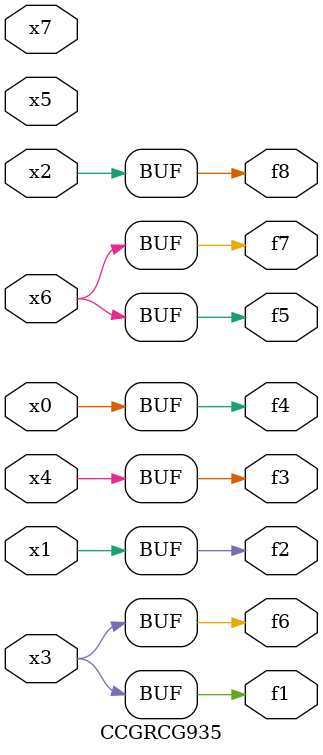
<source format=v>
module CCGRCG935(
	input x0, x1, x2, x3, x4, x5, x6, x7,
	output f1, f2, f3, f4, f5, f6, f7, f8
);
	assign f1 = x3;
	assign f2 = x1;
	assign f3 = x4;
	assign f4 = x0;
	assign f5 = x6;
	assign f6 = x3;
	assign f7 = x6;
	assign f8 = x2;
endmodule

</source>
